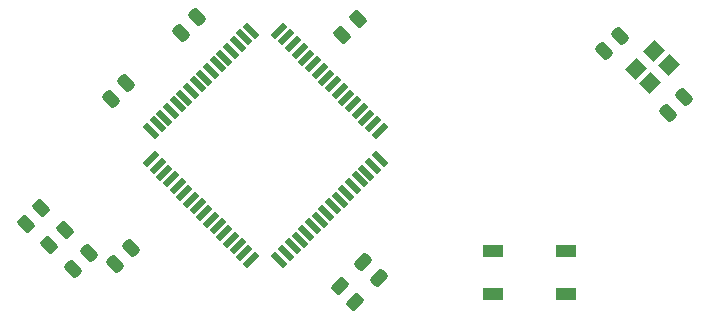
<source format=gbr>
%TF.GenerationSoftware,KiCad,Pcbnew,(6.0.4)*%
%TF.CreationDate,2022-04-19T22:35:02+02:00*%
%TF.ProjectId,pcb,7063622e-6b69-4636-9164-5f7063625858,rev?*%
%TF.SameCoordinates,Original*%
%TF.FileFunction,Paste,Top*%
%TF.FilePolarity,Positive*%
%FSLAX46Y46*%
G04 Gerber Fmt 4.6, Leading zero omitted, Abs format (unit mm)*
G04 Created by KiCad (PCBNEW (6.0.4)) date 2022-04-19 22:35:02*
%MOMM*%
%LPD*%
G01*
G04 APERTURE LIST*
G04 Aperture macros list*
%AMRoundRect*
0 Rectangle with rounded corners*
0 $1 Rounding radius*
0 $2 $3 $4 $5 $6 $7 $8 $9 X,Y pos of 4 corners*
0 Add a 4 corners polygon primitive as box body*
4,1,4,$2,$3,$4,$5,$6,$7,$8,$9,$2,$3,0*
0 Add four circle primitives for the rounded corners*
1,1,$1+$1,$2,$3*
1,1,$1+$1,$4,$5*
1,1,$1+$1,$6,$7*
1,1,$1+$1,$8,$9*
0 Add four rect primitives between the rounded corners*
20,1,$1+$1,$2,$3,$4,$5,0*
20,1,$1+$1,$4,$5,$6,$7,0*
20,1,$1+$1,$6,$7,$8,$9,0*
20,1,$1+$1,$8,$9,$2,$3,0*%
%AMRotRect*
0 Rectangle, with rotation*
0 The origin of the aperture is its center*
0 $1 length*
0 $2 width*
0 $3 Rotation angle, in degrees counterclockwise*
0 Add horizontal line*
21,1,$1,$2,0,0,$3*%
G04 Aperture macros list end*
%ADD10R,1.800000X1.100000*%
%ADD11RoundRect,0.250000X0.512652X0.159099X0.159099X0.512652X-0.512652X-0.159099X-0.159099X-0.512652X0*%
%ADD12RoundRect,0.250000X-0.159099X0.512652X-0.512652X0.159099X0.159099X-0.512652X0.512652X-0.159099X0*%
%ADD13RoundRect,0.250000X-0.132583X0.503814X-0.503814X0.132583X0.132583X-0.503814X0.503814X-0.132583X0*%
%ADD14RoundRect,0.250000X0.159099X-0.512652X0.512652X-0.159099X-0.159099X0.512652X-0.512652X0.159099X0*%
%ADD15RotRect,1.500000X0.550000X45.000000*%
%ADD16RotRect,1.500000X0.550000X135.000000*%
%ADD17RoundRect,0.250000X0.503814X0.132583X0.132583X0.503814X-0.503814X-0.132583X-0.132583X-0.503814X0*%
%ADD18RotRect,1.400000X1.200000X225.000000*%
%ADD19RoundRect,0.250000X0.132583X-0.503814X0.503814X-0.132583X-0.132583X0.503814X-0.503814X0.132583X0*%
G04 APERTURE END LIST*
D10*
%TO.C,SW1*%
X472500000Y-185150000D03*
X478700000Y-188850000D03*
X472500000Y-188850000D03*
X478700000Y-185150000D03*
%TD*%
D11*
%TO.C,C4*%
X462871751Y-187471751D03*
X461528249Y-186128249D03*
%TD*%
D12*
%TO.C,C8*%
X438271751Y-185328249D03*
X436928249Y-186671751D03*
%TD*%
D13*
%TO.C,R3*%
X434245235Y-181554765D03*
X432954765Y-182845235D03*
%TD*%
D14*
%TO.C,C6*%
X487328249Y-173471751D03*
X488671751Y-172128249D03*
%TD*%
D15*
%TO.C,U1*%
X443543887Y-177414582D03*
X444109573Y-177980267D03*
X444675258Y-178545952D03*
X445240943Y-179111638D03*
X445806629Y-179677323D03*
X446372314Y-180243009D03*
X446938000Y-180808694D03*
X447503685Y-181374380D03*
X448069370Y-181940065D03*
X448635056Y-182505750D03*
X449200741Y-183071436D03*
X449766427Y-183637121D03*
X450332112Y-184202807D03*
X450897798Y-184768492D03*
X451463483Y-185334177D03*
X452029168Y-185899863D03*
D16*
X454433332Y-185899863D03*
X454999017Y-185334177D03*
X455564702Y-184768492D03*
X456130388Y-184202807D03*
X456696073Y-183637121D03*
X457261759Y-183071436D03*
X457827444Y-182505750D03*
X458393130Y-181940065D03*
X458958815Y-181374380D03*
X459524500Y-180808694D03*
X460090186Y-180243009D03*
X460655871Y-179677323D03*
X461221557Y-179111638D03*
X461787242Y-178545952D03*
X462352927Y-177980267D03*
X462918613Y-177414582D03*
D15*
X462918613Y-175010418D03*
X462352927Y-174444733D03*
X461787242Y-173879048D03*
X461221557Y-173313362D03*
X460655871Y-172747677D03*
X460090186Y-172181991D03*
X459524500Y-171616306D03*
X458958815Y-171050620D03*
X458393130Y-170484935D03*
X457827444Y-169919250D03*
X457261759Y-169353564D03*
X456696073Y-168787879D03*
X456130388Y-168222193D03*
X455564702Y-167656508D03*
X454999017Y-167090823D03*
X454433332Y-166525137D03*
D16*
X452029168Y-166525137D03*
X451463483Y-167090823D03*
X450897798Y-167656508D03*
X450332112Y-168222193D03*
X449766427Y-168787879D03*
X449200741Y-169353564D03*
X448635056Y-169919250D03*
X448069370Y-170484935D03*
X447503685Y-171050620D03*
X446938000Y-171616306D03*
X446372314Y-172181991D03*
X445806629Y-172747677D03*
X445240943Y-173313362D03*
X444675258Y-173879048D03*
X444109573Y-174444733D03*
X443543887Y-175010418D03*
%TD*%
D14*
%TO.C,C7*%
X440528249Y-186271751D03*
X441871751Y-184928249D03*
%TD*%
D13*
%TO.C,R4*%
X436245235Y-183354765D03*
X434954765Y-184645235D03*
%TD*%
D17*
%TO.C,R6*%
X460845235Y-189445235D03*
X459554765Y-188154765D03*
%TD*%
D12*
%TO.C,C3*%
X447471751Y-165328249D03*
X446128249Y-166671751D03*
%TD*%
D18*
%TO.C,Y1*%
X486176777Y-168221142D03*
X484621142Y-169776777D03*
X485823223Y-170978858D03*
X487378858Y-169423223D03*
%TD*%
D19*
%TO.C,R5*%
X459754765Y-166845235D03*
X461045235Y-165554765D03*
%TD*%
D14*
%TO.C,C2*%
X440128249Y-172271751D03*
X441471751Y-170928249D03*
%TD*%
D12*
%TO.C,C5*%
X483271751Y-166928249D03*
X481928249Y-168271751D03*
%TD*%
M02*

</source>
